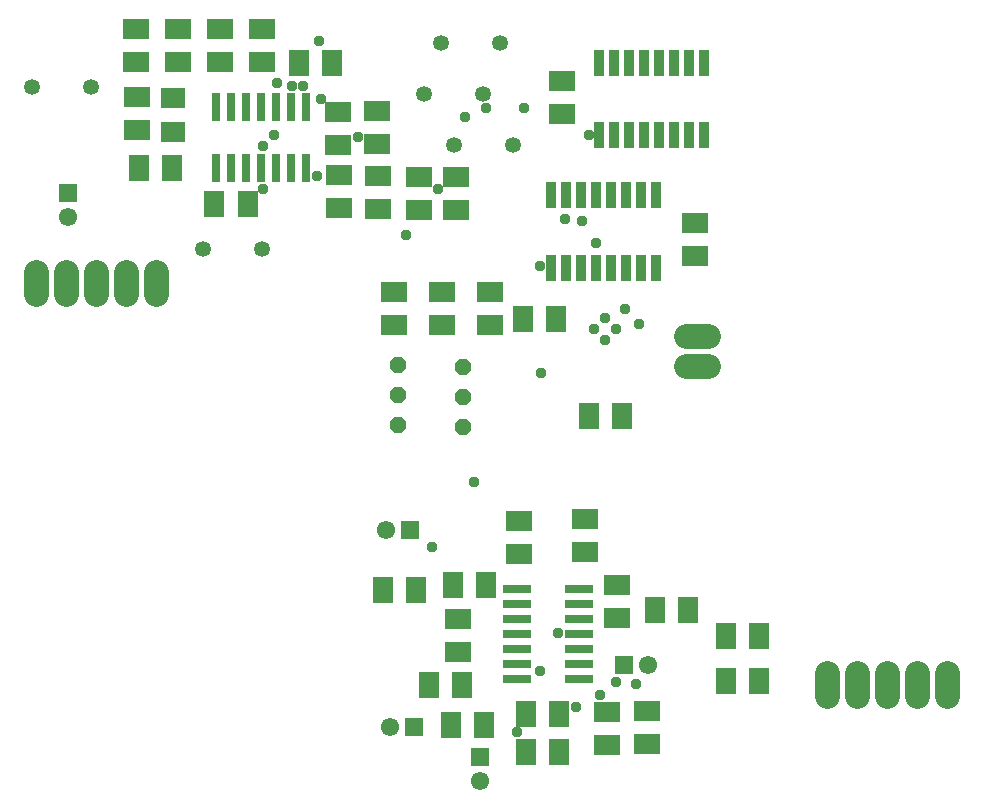
<source format=gbr>
G04 EAGLE Gerber X2 export*
%TF.Part,Single*%
%TF.FileFunction,Soldermask,Top,1*%
%TF.FilePolarity,Positive*%
%TF.GenerationSoftware,Autodesk,EAGLE,9.2.2*%
%TF.CreationDate,2019-04-19T13:43:48Z*%
G75*
%MOMM*%
%FSLAX34Y34*%
%LPD*%
%INSoldermask Top*%
%AMOC8*
5,1,8,0,0,1.08239X$1,22.5*%
G01*
%ADD10C,1.346200*%
%ADD11R,1.553200X1.553200*%
%ADD12C,1.553200*%
%ADD13R,2.003200X1.803200*%
%ADD14R,0.863600X2.235200*%
%ADD15R,0.803200X2.403200*%
%ADD16R,1.803200X2.203200*%
%ADD17R,2.203200X1.803200*%
%ADD18P,1.527469X8X292.500000*%
%ADD19R,2.403200X0.803200*%
%ADD20C,2.082800*%
%ADD21C,0.959600*%


D10*
X221887Y468437D03*
X171887Y468437D03*
D11*
X57395Y515723D03*
D12*
X57395Y495723D03*
D10*
X384099Y557010D03*
X434099Y557010D03*
X408805Y599770D03*
X358805Y599770D03*
X373162Y642869D03*
X423162Y642869D03*
D13*
X146017Y568112D03*
X146017Y596112D03*
D14*
X555501Y514458D03*
X555501Y452990D03*
X542801Y514458D03*
X530101Y514458D03*
X542801Y452990D03*
X530101Y452990D03*
X517401Y514458D03*
X517401Y452990D03*
X504701Y514458D03*
X504701Y452990D03*
X492001Y514458D03*
X479301Y514458D03*
X492001Y452990D03*
X479301Y452990D03*
X466601Y514458D03*
X466601Y452990D03*
X596177Y626312D03*
X596177Y564844D03*
X583477Y626312D03*
X570777Y626312D03*
X583477Y564844D03*
X570777Y564844D03*
X558077Y626312D03*
X558077Y564844D03*
X545377Y626312D03*
X545377Y564844D03*
X532677Y626312D03*
X519977Y626312D03*
X532677Y564844D03*
X519977Y564844D03*
X507277Y626312D03*
X507277Y564844D03*
D15*
X245743Y589132D03*
X245743Y537132D03*
X258443Y589132D03*
X233043Y589132D03*
X220343Y589132D03*
X258443Y537132D03*
X233043Y537132D03*
X220343Y537132D03*
X194943Y589132D03*
X194943Y537132D03*
X207643Y589132D03*
X182243Y589132D03*
X207643Y537132D03*
X182243Y537132D03*
D16*
X498520Y326961D03*
X526520Y326961D03*
D17*
X150363Y654662D03*
X150363Y626662D03*
X185802Y654662D03*
X185802Y626662D03*
X221241Y654662D03*
X221241Y626662D03*
X588083Y462984D03*
X588083Y490984D03*
X115962Y597061D03*
X115962Y569061D03*
X475433Y611165D03*
X475433Y583165D03*
X354428Y501446D03*
X354428Y529446D03*
X318659Y585508D03*
X318659Y557508D03*
X385618Y501930D03*
X385618Y529930D03*
X285999Y584900D03*
X285999Y556900D03*
D16*
X117376Y537194D03*
X145376Y537194D03*
D17*
X320206Y530599D03*
X320206Y502599D03*
X333213Y432097D03*
X333213Y404097D03*
X373745Y432097D03*
X373745Y404097D03*
X414277Y432097D03*
X414277Y404097D03*
D16*
X209339Y506608D03*
X181339Y506608D03*
X252580Y626559D03*
X280580Y626559D03*
D18*
X336546Y319400D03*
X336546Y344800D03*
X336546Y370200D03*
X391420Y318041D03*
X391420Y343441D03*
X391420Y368841D03*
D19*
X437683Y168091D03*
X489683Y168091D03*
X437683Y180791D03*
X437683Y155391D03*
X437683Y142691D03*
X489683Y180791D03*
X489683Y155391D03*
X489683Y142691D03*
X437683Y117291D03*
X489683Y117291D03*
X437683Y129991D03*
X437683Y104591D03*
X489683Y129991D03*
X489683Y104591D03*
D17*
X439424Y238310D03*
X439424Y210310D03*
D16*
X470326Y409311D03*
X442326Y409311D03*
X362791Y99135D03*
X390791Y99135D03*
X445048Y43189D03*
X473048Y43189D03*
D17*
X495232Y240481D03*
X495232Y212481D03*
D16*
X554336Y163229D03*
X582336Y163229D03*
D17*
X547217Y77266D03*
X547217Y49266D03*
X521926Y183937D03*
X521926Y155937D03*
X387583Y155475D03*
X387583Y127475D03*
D16*
X383363Y183890D03*
X411363Y183890D03*
D17*
X513718Y48743D03*
X513718Y76743D03*
D16*
X614451Y103014D03*
X642451Y103014D03*
X444910Y75138D03*
X472910Y75138D03*
X409620Y66040D03*
X381620Y66040D03*
X324263Y179802D03*
X352263Y179802D03*
X642300Y141245D03*
X614300Y141245D03*
D20*
X30000Y430602D02*
X30000Y449398D01*
X55400Y449398D02*
X55400Y430602D01*
X80800Y430602D02*
X80800Y449398D01*
X106200Y449398D02*
X106200Y430602D01*
X131600Y430602D02*
X131600Y449398D01*
D10*
X26641Y605575D03*
X76641Y605575D03*
D17*
X114923Y654662D03*
X114923Y626662D03*
X286623Y503255D03*
X286623Y531255D03*
D20*
X700000Y109398D02*
X700000Y90602D01*
X725400Y90602D02*
X725400Y109398D01*
X750800Y109398D02*
X750800Y90602D01*
X776200Y90602D02*
X776200Y109398D01*
X801600Y109398D02*
X801600Y90602D01*
D11*
X346768Y230965D03*
D12*
X326768Y230965D03*
D11*
X350056Y63886D03*
D12*
X330056Y63886D03*
D11*
X405754Y38637D03*
D12*
X405754Y18637D03*
D11*
X528047Y116866D03*
D12*
X548047Y116866D03*
D20*
X580602Y370000D02*
X599398Y370000D01*
X599398Y395400D02*
X580602Y395400D01*
D21*
X487680Y80772D03*
X457200Y111252D03*
X521208Y400812D03*
X512064Y391668D03*
X234696Y609600D03*
X269748Y644652D03*
X457200Y454152D03*
X498348Y565404D03*
X472440Y143256D03*
X222504Y519684D03*
X507492Y91440D03*
X231648Y565404D03*
X222504Y556260D03*
X400812Y271272D03*
X268224Y530352D03*
X521208Y102108D03*
X512064Y409956D03*
X502920Y400812D03*
X492252Y492252D03*
X457568Y363709D03*
X528828Y417576D03*
X541020Y405384D03*
X303276Y563880D03*
X343558Y480372D03*
X246888Y606552D03*
X504444Y473964D03*
X478536Y493776D03*
X370332Y519684D03*
X256032Y606552D03*
X411480Y588264D03*
X393210Y580315D03*
X443484Y588264D03*
X271272Y595884D03*
X365760Y216408D03*
X437388Y59436D03*
X537972Y100584D03*
M02*

</source>
